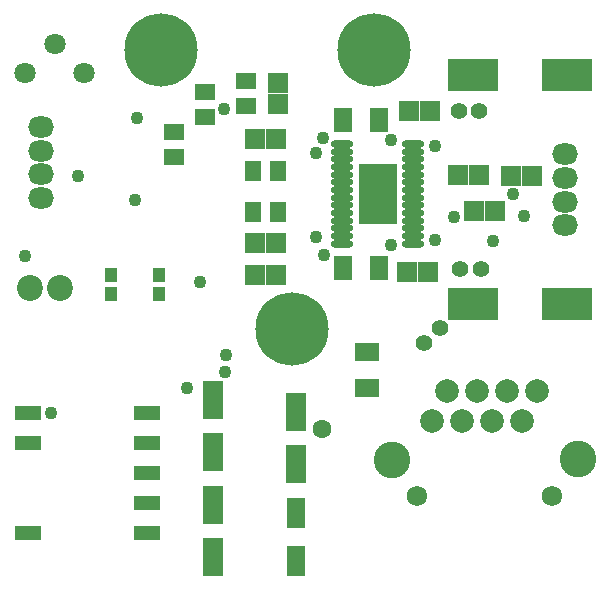
<source format=gts>
G04*
G04 #@! TF.GenerationSoftware,Altium Limited,Altium Designer,21.4.1 (30)*
G04*
G04 Layer_Color=8388736*
%FSLAX24Y24*%
%MOIN*%
G70*
G04*
G04 #@! TF.SameCoordinates,E320E570-2092-40B9-98FA-40774E7A4B3A*
G04*
G04*
G04 #@! TF.FilePolarity,Negative*
G04*
G01*
G75*
%ADD15R,0.0669X0.0691*%
%ADD16R,0.0613X0.0810*%
%ADD17R,0.0554X0.0673*%
%ADD18R,0.0673X0.0554*%
%ADD19R,0.0810X0.0613*%
%ADD20R,0.0709X0.1260*%
%ADD21R,0.0691X0.0669*%
%ADD22R,0.0906X0.0472*%
%ADD23O,0.0748X0.0256*%
%ADD24R,0.1260X0.2047*%
%ADD25R,0.0433X0.0472*%
%ADD26R,0.1654X0.1063*%
%ADD27R,0.0610X0.1004*%
%ADD28O,0.0866X0.0709*%
%ADD29C,0.0787*%
%ADD30C,0.0866*%
%ADD31C,0.2441*%
%ADD32C,0.0679*%
%ADD33C,0.1220*%
%ADD34C,0.0709*%
%ADD35C,0.0433*%
%ADD36C,0.0551*%
%ADD37C,0.0630*%
D15*
X19725Y19449D02*
D03*
X19015D02*
D03*
X18479Y20650D02*
D03*
X19188D02*
D03*
X20945Y20630D02*
D03*
X20236D02*
D03*
X16771Y17402D02*
D03*
X17481D02*
D03*
X16850Y22795D02*
D03*
X17559D02*
D03*
X11711Y17302D02*
D03*
X12420D02*
D03*
Y18365D02*
D03*
X11711D02*
D03*
X11710Y21859D02*
D03*
X12419D02*
D03*
D16*
X15837Y17559D02*
D03*
X14635D02*
D03*
X15837Y22480D02*
D03*
X14635D02*
D03*
D17*
X11652Y20796D02*
D03*
X12479D02*
D03*
X11652Y19428D02*
D03*
X12480D02*
D03*
D18*
X9016Y21240D02*
D03*
Y22067D02*
D03*
X11409Y23779D02*
D03*
Y22952D02*
D03*
X10039Y22578D02*
D03*
Y23406D02*
D03*
D19*
X15433Y13533D02*
D03*
Y14735D02*
D03*
D20*
X13071Y11024D02*
D03*
Y12756D02*
D03*
X10315Y13150D02*
D03*
Y11417D02*
D03*
Y9646D02*
D03*
Y7913D02*
D03*
D21*
X12472Y23720D02*
D03*
Y23011D02*
D03*
D22*
X4154Y11709D02*
D03*
Y12709D02*
D03*
X8130D02*
D03*
X4154Y8709D02*
D03*
X8130Y11709D02*
D03*
Y10709D02*
D03*
Y9709D02*
D03*
Y8709D02*
D03*
D23*
X14629Y21680D02*
D03*
Y21424D02*
D03*
Y21168D02*
D03*
Y20912D02*
D03*
Y20656D02*
D03*
Y20401D02*
D03*
Y20145D02*
D03*
Y19889D02*
D03*
Y19633D02*
D03*
Y19377D02*
D03*
Y19121D02*
D03*
Y18865D02*
D03*
Y18609D02*
D03*
Y18353D02*
D03*
X16992Y21680D02*
D03*
Y21424D02*
D03*
Y21168D02*
D03*
Y20912D02*
D03*
Y20656D02*
D03*
Y20401D02*
D03*
Y20145D02*
D03*
Y19889D02*
D03*
Y19633D02*
D03*
Y19377D02*
D03*
Y19121D02*
D03*
Y18865D02*
D03*
Y18609D02*
D03*
Y18353D02*
D03*
D24*
X15811Y20017D02*
D03*
D25*
X8524Y16693D02*
D03*
X6909Y17323D02*
D03*
Y16693D02*
D03*
X8524Y17323D02*
D03*
D26*
X22126Y23976D02*
D03*
X18976D02*
D03*
X22126Y16339D02*
D03*
X18976D02*
D03*
D27*
X13071Y9380D02*
D03*
Y7785D02*
D03*
D28*
X22047Y18976D02*
D03*
Y19764D02*
D03*
Y20551D02*
D03*
Y21339D02*
D03*
X4587Y22244D02*
D03*
Y21457D02*
D03*
Y20669D02*
D03*
Y19882D02*
D03*
D29*
X17620Y12461D02*
D03*
X18120Y13461D02*
D03*
X18620Y12461D02*
D03*
X19120Y13461D02*
D03*
X19620Y12461D02*
D03*
X20120Y13461D02*
D03*
X20620Y12461D02*
D03*
X21120Y13461D02*
D03*
D30*
X4224Y16890D02*
D03*
X5224D02*
D03*
D31*
X12953Y15512D02*
D03*
X15669Y24803D02*
D03*
X8583D02*
D03*
D32*
X17120Y9961D02*
D03*
X21620D02*
D03*
D33*
X22480Y11181D02*
D03*
X16281Y11161D02*
D03*
D34*
X5039Y25020D02*
D03*
X6024Y24035D02*
D03*
X4055D02*
D03*
D35*
X17717Y18465D02*
D03*
X10669Y22835D02*
D03*
X19646Y18445D02*
D03*
X20669Y19291D02*
D03*
X16260Y18307D02*
D03*
X9870Y17087D02*
D03*
X5827Y20630D02*
D03*
X15511Y20667D02*
D03*
Y20234D02*
D03*
Y19801D02*
D03*
Y19367D02*
D03*
X16111Y20667D02*
D03*
Y20234D02*
D03*
Y19801D02*
D03*
Y19367D02*
D03*
X20315Y20000D02*
D03*
X10748Y14646D02*
D03*
X10709Y14094D02*
D03*
X4055Y17953D02*
D03*
X7795Y22559D02*
D03*
X7717Y19803D02*
D03*
X13976Y21892D02*
D03*
X9449Y13543D02*
D03*
X14016Y17992D02*
D03*
X13740Y18583D02*
D03*
X16260Y21811D02*
D03*
X18346Y19252D02*
D03*
X17717Y21614D02*
D03*
X4917Y12713D02*
D03*
X13740Y21378D02*
D03*
D36*
X17362Y15039D02*
D03*
X17874Y15551D02*
D03*
X19252Y17520D02*
D03*
X19173Y22795D02*
D03*
X18543Y17520D02*
D03*
X18524Y22776D02*
D03*
D37*
X13937Y12165D02*
D03*
M02*

</source>
